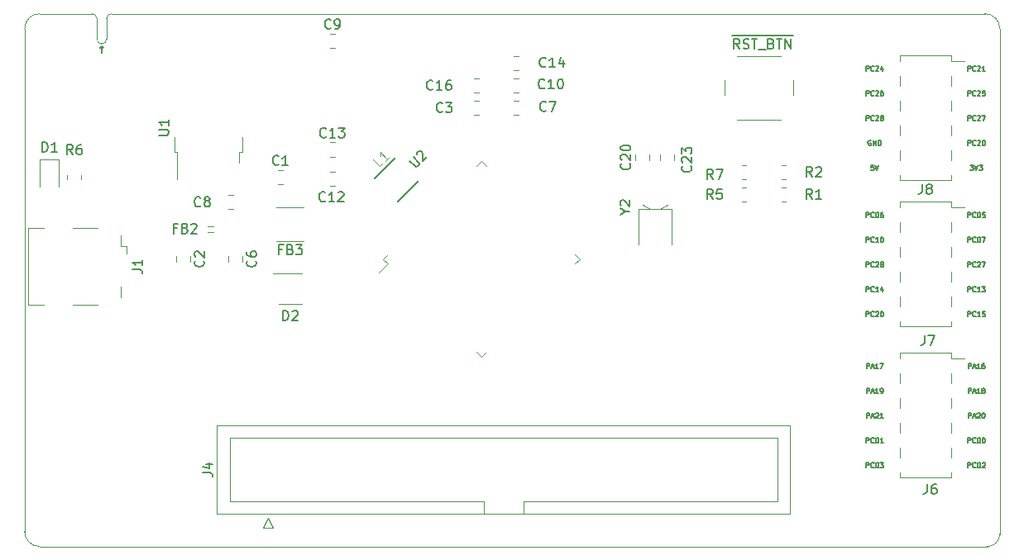
<source format=gto>
%TF.GenerationSoftware,KiCad,Pcbnew,5.1.8*%
%TF.CreationDate,2020-12-10T16:40:19-06:00*%
%TF.ProjectId,e54-GFX-Development-Board,6535342d-4746-4582-9d44-6576656c6f70,rev?*%
%TF.SameCoordinates,Original*%
%TF.FileFunction,Legend,Top*%
%TF.FilePolarity,Positive*%
%FSLAX46Y46*%
G04 Gerber Fmt 4.6, Leading zero omitted, Abs format (unit mm)*
G04 Created by KiCad (PCBNEW 5.1.8) date 2020-12-10 16:40:19*
%MOMM*%
%LPD*%
G01*
G04 APERTURE LIST*
%TA.AperFunction,Profile*%
%ADD10C,0.050000*%
%TD*%
%ADD11C,0.127000*%
%ADD12C,0.120000*%
%ADD13C,0.153000*%
%ADD14C,0.150000*%
%ADD15C,0.015000*%
G04 APERTURE END LIST*
D10*
X108378000Y-70358000D02*
X192786000Y-70358000D01*
X96012000Y-70358000D02*
X98378000Y-70358000D01*
D11*
X191079428Y-111809809D02*
X191079428Y-111301809D01*
X191272952Y-111301809D01*
X191321333Y-111326000D01*
X191345523Y-111350190D01*
X191369714Y-111398571D01*
X191369714Y-111471142D01*
X191345523Y-111519523D01*
X191321333Y-111543714D01*
X191272952Y-111567904D01*
X191079428Y-111567904D01*
X191563238Y-111664666D02*
X191805142Y-111664666D01*
X191514857Y-111809809D02*
X191684190Y-111301809D01*
X191853523Y-111809809D01*
X191998666Y-111350190D02*
X192022857Y-111326000D01*
X192071238Y-111301809D01*
X192192190Y-111301809D01*
X192240571Y-111326000D01*
X192264761Y-111350190D01*
X192288952Y-111398571D01*
X192288952Y-111446952D01*
X192264761Y-111519523D01*
X191974476Y-111809809D01*
X192288952Y-111809809D01*
X192603428Y-111301809D02*
X192651809Y-111301809D01*
X192700190Y-111326000D01*
X192724380Y-111350190D01*
X192748571Y-111398571D01*
X192772761Y-111495333D01*
X192772761Y-111616285D01*
X192748571Y-111713047D01*
X192724380Y-111761428D01*
X192700190Y-111785619D01*
X192651809Y-111809809D01*
X192603428Y-111809809D01*
X192555047Y-111785619D01*
X192530857Y-111761428D01*
X192506666Y-111713047D01*
X192482476Y-111616285D01*
X192482476Y-111495333D01*
X192506666Y-111398571D01*
X192530857Y-111350190D01*
X192555047Y-111326000D01*
X192603428Y-111301809D01*
X180665428Y-109269809D02*
X180665428Y-108761809D01*
X180858952Y-108761809D01*
X180907333Y-108786000D01*
X180931523Y-108810190D01*
X180955714Y-108858571D01*
X180955714Y-108931142D01*
X180931523Y-108979523D01*
X180907333Y-109003714D01*
X180858952Y-109027904D01*
X180665428Y-109027904D01*
X181149238Y-109124666D02*
X181391142Y-109124666D01*
X181100857Y-109269809D02*
X181270190Y-108761809D01*
X181439523Y-109269809D01*
X181874952Y-109269809D02*
X181584666Y-109269809D01*
X181729809Y-109269809D02*
X181729809Y-108761809D01*
X181681428Y-108834380D01*
X181633047Y-108882761D01*
X181584666Y-108906952D01*
X182116857Y-109269809D02*
X182213619Y-109269809D01*
X182262000Y-109245619D01*
X182286190Y-109221428D01*
X182334571Y-109148857D01*
X182358761Y-109052095D01*
X182358761Y-108858571D01*
X182334571Y-108810190D01*
X182310380Y-108786000D01*
X182262000Y-108761809D01*
X182165238Y-108761809D01*
X182116857Y-108786000D01*
X182092666Y-108810190D01*
X182068476Y-108858571D01*
X182068476Y-108979523D01*
X182092666Y-109027904D01*
X182116857Y-109052095D01*
X182165238Y-109076285D01*
X182262000Y-109076285D01*
X182310380Y-109052095D01*
X182334571Y-109027904D01*
X182358761Y-108979523D01*
X191079428Y-109269809D02*
X191079428Y-108761809D01*
X191272952Y-108761809D01*
X191321333Y-108786000D01*
X191345523Y-108810190D01*
X191369714Y-108858571D01*
X191369714Y-108931142D01*
X191345523Y-108979523D01*
X191321333Y-109003714D01*
X191272952Y-109027904D01*
X191079428Y-109027904D01*
X191563238Y-109124666D02*
X191805142Y-109124666D01*
X191514857Y-109269809D02*
X191684190Y-108761809D01*
X191853523Y-109269809D01*
X192288952Y-109269809D02*
X191998666Y-109269809D01*
X192143809Y-109269809D02*
X192143809Y-108761809D01*
X192095428Y-108834380D01*
X192047047Y-108882761D01*
X191998666Y-108906952D01*
X192579238Y-108979523D02*
X192530857Y-108955333D01*
X192506666Y-108931142D01*
X192482476Y-108882761D01*
X192482476Y-108858571D01*
X192506666Y-108810190D01*
X192530857Y-108786000D01*
X192579238Y-108761809D01*
X192676000Y-108761809D01*
X192724380Y-108786000D01*
X192748571Y-108810190D01*
X192772761Y-108858571D01*
X192772761Y-108882761D01*
X192748571Y-108931142D01*
X192724380Y-108955333D01*
X192676000Y-108979523D01*
X192579238Y-108979523D01*
X192530857Y-109003714D01*
X192506666Y-109027904D01*
X192482476Y-109076285D01*
X192482476Y-109173047D01*
X192506666Y-109221428D01*
X192530857Y-109245619D01*
X192579238Y-109269809D01*
X192676000Y-109269809D01*
X192724380Y-109245619D01*
X192748571Y-109221428D01*
X192772761Y-109173047D01*
X192772761Y-109076285D01*
X192748571Y-109027904D01*
X192724380Y-109003714D01*
X192676000Y-108979523D01*
X191079428Y-106729809D02*
X191079428Y-106221809D01*
X191272952Y-106221809D01*
X191321333Y-106246000D01*
X191345523Y-106270190D01*
X191369714Y-106318571D01*
X191369714Y-106391142D01*
X191345523Y-106439523D01*
X191321333Y-106463714D01*
X191272952Y-106487904D01*
X191079428Y-106487904D01*
X191563238Y-106584666D02*
X191805142Y-106584666D01*
X191514857Y-106729809D02*
X191684190Y-106221809D01*
X191853523Y-106729809D01*
X192288952Y-106729809D02*
X191998666Y-106729809D01*
X192143809Y-106729809D02*
X192143809Y-106221809D01*
X192095428Y-106294380D01*
X192047047Y-106342761D01*
X191998666Y-106366952D01*
X192724380Y-106221809D02*
X192627619Y-106221809D01*
X192579238Y-106246000D01*
X192555047Y-106270190D01*
X192506666Y-106342761D01*
X192482476Y-106439523D01*
X192482476Y-106633047D01*
X192506666Y-106681428D01*
X192530857Y-106705619D01*
X192579238Y-106729809D01*
X192676000Y-106729809D01*
X192724380Y-106705619D01*
X192748571Y-106681428D01*
X192772761Y-106633047D01*
X192772761Y-106512095D01*
X192748571Y-106463714D01*
X192724380Y-106439523D01*
X192676000Y-106415333D01*
X192579238Y-106415333D01*
X192530857Y-106439523D01*
X192506666Y-106463714D01*
X192482476Y-106512095D01*
X180629142Y-116889809D02*
X180629142Y-116381809D01*
X180822666Y-116381809D01*
X180871047Y-116406000D01*
X180895238Y-116430190D01*
X180919428Y-116478571D01*
X180919428Y-116551142D01*
X180895238Y-116599523D01*
X180871047Y-116623714D01*
X180822666Y-116647904D01*
X180629142Y-116647904D01*
X181427428Y-116841428D02*
X181403238Y-116865619D01*
X181330666Y-116889809D01*
X181282285Y-116889809D01*
X181209714Y-116865619D01*
X181161333Y-116817238D01*
X181137142Y-116768857D01*
X181112952Y-116672095D01*
X181112952Y-116599523D01*
X181137142Y-116502761D01*
X181161333Y-116454380D01*
X181209714Y-116406000D01*
X181282285Y-116381809D01*
X181330666Y-116381809D01*
X181403238Y-116406000D01*
X181427428Y-116430190D01*
X181741904Y-116381809D02*
X181790285Y-116381809D01*
X181838666Y-116406000D01*
X181862857Y-116430190D01*
X181887047Y-116478571D01*
X181911238Y-116575333D01*
X181911238Y-116696285D01*
X181887047Y-116793047D01*
X181862857Y-116841428D01*
X181838666Y-116865619D01*
X181790285Y-116889809D01*
X181741904Y-116889809D01*
X181693523Y-116865619D01*
X181669333Y-116841428D01*
X181645142Y-116793047D01*
X181620952Y-116696285D01*
X181620952Y-116575333D01*
X181645142Y-116478571D01*
X181669333Y-116430190D01*
X181693523Y-116406000D01*
X181741904Y-116381809D01*
X182080571Y-116381809D02*
X182395047Y-116381809D01*
X182225714Y-116575333D01*
X182298285Y-116575333D01*
X182346666Y-116599523D01*
X182370857Y-116623714D01*
X182395047Y-116672095D01*
X182395047Y-116793047D01*
X182370857Y-116841428D01*
X182346666Y-116865619D01*
X182298285Y-116889809D01*
X182153142Y-116889809D01*
X182104761Y-116865619D01*
X182080571Y-116841428D01*
X180629142Y-114349809D02*
X180629142Y-113841809D01*
X180822666Y-113841809D01*
X180871047Y-113866000D01*
X180895238Y-113890190D01*
X180919428Y-113938571D01*
X180919428Y-114011142D01*
X180895238Y-114059523D01*
X180871047Y-114083714D01*
X180822666Y-114107904D01*
X180629142Y-114107904D01*
X181427428Y-114301428D02*
X181403238Y-114325619D01*
X181330666Y-114349809D01*
X181282285Y-114349809D01*
X181209714Y-114325619D01*
X181161333Y-114277238D01*
X181137142Y-114228857D01*
X181112952Y-114132095D01*
X181112952Y-114059523D01*
X181137142Y-113962761D01*
X181161333Y-113914380D01*
X181209714Y-113866000D01*
X181282285Y-113841809D01*
X181330666Y-113841809D01*
X181403238Y-113866000D01*
X181427428Y-113890190D01*
X181741904Y-113841809D02*
X181790285Y-113841809D01*
X181838666Y-113866000D01*
X181862857Y-113890190D01*
X181887047Y-113938571D01*
X181911238Y-114035333D01*
X181911238Y-114156285D01*
X181887047Y-114253047D01*
X181862857Y-114301428D01*
X181838666Y-114325619D01*
X181790285Y-114349809D01*
X181741904Y-114349809D01*
X181693523Y-114325619D01*
X181669333Y-114301428D01*
X181645142Y-114253047D01*
X181620952Y-114156285D01*
X181620952Y-114035333D01*
X181645142Y-113938571D01*
X181669333Y-113890190D01*
X181693523Y-113866000D01*
X181741904Y-113841809D01*
X182395047Y-114349809D02*
X182104761Y-114349809D01*
X182249904Y-114349809D02*
X182249904Y-113841809D01*
X182201523Y-113914380D01*
X182153142Y-113962761D01*
X182104761Y-113986952D01*
X180665428Y-106729809D02*
X180665428Y-106221809D01*
X180858952Y-106221809D01*
X180907333Y-106246000D01*
X180931523Y-106270190D01*
X180955714Y-106318571D01*
X180955714Y-106391142D01*
X180931523Y-106439523D01*
X180907333Y-106463714D01*
X180858952Y-106487904D01*
X180665428Y-106487904D01*
X181149238Y-106584666D02*
X181391142Y-106584666D01*
X181100857Y-106729809D02*
X181270190Y-106221809D01*
X181439523Y-106729809D01*
X181874952Y-106729809D02*
X181584666Y-106729809D01*
X181729809Y-106729809D02*
X181729809Y-106221809D01*
X181681428Y-106294380D01*
X181633047Y-106342761D01*
X181584666Y-106366952D01*
X182044285Y-106221809D02*
X182382952Y-106221809D01*
X182165238Y-106729809D01*
X191043142Y-116889809D02*
X191043142Y-116381809D01*
X191236666Y-116381809D01*
X191285047Y-116406000D01*
X191309238Y-116430190D01*
X191333428Y-116478571D01*
X191333428Y-116551142D01*
X191309238Y-116599523D01*
X191285047Y-116623714D01*
X191236666Y-116647904D01*
X191043142Y-116647904D01*
X191841428Y-116841428D02*
X191817238Y-116865619D01*
X191744666Y-116889809D01*
X191696285Y-116889809D01*
X191623714Y-116865619D01*
X191575333Y-116817238D01*
X191551142Y-116768857D01*
X191526952Y-116672095D01*
X191526952Y-116599523D01*
X191551142Y-116502761D01*
X191575333Y-116454380D01*
X191623714Y-116406000D01*
X191696285Y-116381809D01*
X191744666Y-116381809D01*
X191817238Y-116406000D01*
X191841428Y-116430190D01*
X192155904Y-116381809D02*
X192204285Y-116381809D01*
X192252666Y-116406000D01*
X192276857Y-116430190D01*
X192301047Y-116478571D01*
X192325238Y-116575333D01*
X192325238Y-116696285D01*
X192301047Y-116793047D01*
X192276857Y-116841428D01*
X192252666Y-116865619D01*
X192204285Y-116889809D01*
X192155904Y-116889809D01*
X192107523Y-116865619D01*
X192083333Y-116841428D01*
X192059142Y-116793047D01*
X192034952Y-116696285D01*
X192034952Y-116575333D01*
X192059142Y-116478571D01*
X192083333Y-116430190D01*
X192107523Y-116406000D01*
X192155904Y-116381809D01*
X192518761Y-116430190D02*
X192542952Y-116406000D01*
X192591333Y-116381809D01*
X192712285Y-116381809D01*
X192760666Y-116406000D01*
X192784857Y-116430190D01*
X192809047Y-116478571D01*
X192809047Y-116526952D01*
X192784857Y-116599523D01*
X192494571Y-116889809D01*
X192809047Y-116889809D01*
X180665428Y-111809809D02*
X180665428Y-111301809D01*
X180858952Y-111301809D01*
X180907333Y-111326000D01*
X180931523Y-111350190D01*
X180955714Y-111398571D01*
X180955714Y-111471142D01*
X180931523Y-111519523D01*
X180907333Y-111543714D01*
X180858952Y-111567904D01*
X180665428Y-111567904D01*
X181149238Y-111664666D02*
X181391142Y-111664666D01*
X181100857Y-111809809D02*
X181270190Y-111301809D01*
X181439523Y-111809809D01*
X181584666Y-111350190D02*
X181608857Y-111326000D01*
X181657238Y-111301809D01*
X181778190Y-111301809D01*
X181826571Y-111326000D01*
X181850761Y-111350190D01*
X181874952Y-111398571D01*
X181874952Y-111446952D01*
X181850761Y-111519523D01*
X181560476Y-111809809D01*
X181874952Y-111809809D01*
X182358761Y-111809809D02*
X182068476Y-111809809D01*
X182213619Y-111809809D02*
X182213619Y-111301809D01*
X182165238Y-111374380D01*
X182116857Y-111422761D01*
X182068476Y-111446952D01*
X191043142Y-114349809D02*
X191043142Y-113841809D01*
X191236666Y-113841809D01*
X191285047Y-113866000D01*
X191309238Y-113890190D01*
X191333428Y-113938571D01*
X191333428Y-114011142D01*
X191309238Y-114059523D01*
X191285047Y-114083714D01*
X191236666Y-114107904D01*
X191043142Y-114107904D01*
X191841428Y-114301428D02*
X191817238Y-114325619D01*
X191744666Y-114349809D01*
X191696285Y-114349809D01*
X191623714Y-114325619D01*
X191575333Y-114277238D01*
X191551142Y-114228857D01*
X191526952Y-114132095D01*
X191526952Y-114059523D01*
X191551142Y-113962761D01*
X191575333Y-113914380D01*
X191623714Y-113866000D01*
X191696285Y-113841809D01*
X191744666Y-113841809D01*
X191817238Y-113866000D01*
X191841428Y-113890190D01*
X192155904Y-113841809D02*
X192204285Y-113841809D01*
X192252666Y-113866000D01*
X192276857Y-113890190D01*
X192301047Y-113938571D01*
X192325238Y-114035333D01*
X192325238Y-114156285D01*
X192301047Y-114253047D01*
X192276857Y-114301428D01*
X192252666Y-114325619D01*
X192204285Y-114349809D01*
X192155904Y-114349809D01*
X192107523Y-114325619D01*
X192083333Y-114301428D01*
X192059142Y-114253047D01*
X192034952Y-114156285D01*
X192034952Y-114035333D01*
X192059142Y-113938571D01*
X192083333Y-113890190D01*
X192107523Y-113866000D01*
X192155904Y-113841809D01*
X192639714Y-113841809D02*
X192688095Y-113841809D01*
X192736476Y-113866000D01*
X192760666Y-113890190D01*
X192784857Y-113938571D01*
X192809047Y-114035333D01*
X192809047Y-114156285D01*
X192784857Y-114253047D01*
X192760666Y-114301428D01*
X192736476Y-114325619D01*
X192688095Y-114349809D01*
X192639714Y-114349809D01*
X192591333Y-114325619D01*
X192567142Y-114301428D01*
X192542952Y-114253047D01*
X192518761Y-114156285D01*
X192518761Y-114035333D01*
X192542952Y-113938571D01*
X192567142Y-113890190D01*
X192591333Y-113866000D01*
X192639714Y-113841809D01*
X191043142Y-96309809D02*
X191043142Y-95801809D01*
X191236666Y-95801809D01*
X191285047Y-95826000D01*
X191309238Y-95850190D01*
X191333428Y-95898571D01*
X191333428Y-95971142D01*
X191309238Y-96019523D01*
X191285047Y-96043714D01*
X191236666Y-96067904D01*
X191043142Y-96067904D01*
X191841428Y-96261428D02*
X191817238Y-96285619D01*
X191744666Y-96309809D01*
X191696285Y-96309809D01*
X191623714Y-96285619D01*
X191575333Y-96237238D01*
X191551142Y-96188857D01*
X191526952Y-96092095D01*
X191526952Y-96019523D01*
X191551142Y-95922761D01*
X191575333Y-95874380D01*
X191623714Y-95826000D01*
X191696285Y-95801809D01*
X191744666Y-95801809D01*
X191817238Y-95826000D01*
X191841428Y-95850190D01*
X192034952Y-95850190D02*
X192059142Y-95826000D01*
X192107523Y-95801809D01*
X192228476Y-95801809D01*
X192276857Y-95826000D01*
X192301047Y-95850190D01*
X192325238Y-95898571D01*
X192325238Y-95946952D01*
X192301047Y-96019523D01*
X192010761Y-96309809D01*
X192325238Y-96309809D01*
X192494571Y-95801809D02*
X192833238Y-95801809D01*
X192615523Y-96309809D01*
X191043142Y-101389809D02*
X191043142Y-100881809D01*
X191236666Y-100881809D01*
X191285047Y-100906000D01*
X191309238Y-100930190D01*
X191333428Y-100978571D01*
X191333428Y-101051142D01*
X191309238Y-101099523D01*
X191285047Y-101123714D01*
X191236666Y-101147904D01*
X191043142Y-101147904D01*
X191841428Y-101341428D02*
X191817238Y-101365619D01*
X191744666Y-101389809D01*
X191696285Y-101389809D01*
X191623714Y-101365619D01*
X191575333Y-101317238D01*
X191551142Y-101268857D01*
X191526952Y-101172095D01*
X191526952Y-101099523D01*
X191551142Y-101002761D01*
X191575333Y-100954380D01*
X191623714Y-100906000D01*
X191696285Y-100881809D01*
X191744666Y-100881809D01*
X191817238Y-100906000D01*
X191841428Y-100930190D01*
X192325238Y-101389809D02*
X192034952Y-101389809D01*
X192180095Y-101389809D02*
X192180095Y-100881809D01*
X192131714Y-100954380D01*
X192083333Y-101002761D01*
X192034952Y-101026952D01*
X192784857Y-100881809D02*
X192542952Y-100881809D01*
X192518761Y-101123714D01*
X192542952Y-101099523D01*
X192591333Y-101075333D01*
X192712285Y-101075333D01*
X192760666Y-101099523D01*
X192784857Y-101123714D01*
X192809047Y-101172095D01*
X192809047Y-101293047D01*
X192784857Y-101341428D01*
X192760666Y-101365619D01*
X192712285Y-101389809D01*
X192591333Y-101389809D01*
X192542952Y-101365619D01*
X192518761Y-101341428D01*
X180629142Y-98849809D02*
X180629142Y-98341809D01*
X180822666Y-98341809D01*
X180871047Y-98366000D01*
X180895238Y-98390190D01*
X180919428Y-98438571D01*
X180919428Y-98511142D01*
X180895238Y-98559523D01*
X180871047Y-98583714D01*
X180822666Y-98607904D01*
X180629142Y-98607904D01*
X181427428Y-98801428D02*
X181403238Y-98825619D01*
X181330666Y-98849809D01*
X181282285Y-98849809D01*
X181209714Y-98825619D01*
X181161333Y-98777238D01*
X181137142Y-98728857D01*
X181112952Y-98632095D01*
X181112952Y-98559523D01*
X181137142Y-98462761D01*
X181161333Y-98414380D01*
X181209714Y-98366000D01*
X181282285Y-98341809D01*
X181330666Y-98341809D01*
X181403238Y-98366000D01*
X181427428Y-98390190D01*
X181911238Y-98849809D02*
X181620952Y-98849809D01*
X181766095Y-98849809D02*
X181766095Y-98341809D01*
X181717714Y-98414380D01*
X181669333Y-98462761D01*
X181620952Y-98486952D01*
X182346666Y-98511142D02*
X182346666Y-98849809D01*
X182225714Y-98317619D02*
X182104761Y-98680476D01*
X182419238Y-98680476D01*
X180629142Y-96309809D02*
X180629142Y-95801809D01*
X180822666Y-95801809D01*
X180871047Y-95826000D01*
X180895238Y-95850190D01*
X180919428Y-95898571D01*
X180919428Y-95971142D01*
X180895238Y-96019523D01*
X180871047Y-96043714D01*
X180822666Y-96067904D01*
X180629142Y-96067904D01*
X181427428Y-96261428D02*
X181403238Y-96285619D01*
X181330666Y-96309809D01*
X181282285Y-96309809D01*
X181209714Y-96285619D01*
X181161333Y-96237238D01*
X181137142Y-96188857D01*
X181112952Y-96092095D01*
X181112952Y-96019523D01*
X181137142Y-95922761D01*
X181161333Y-95874380D01*
X181209714Y-95826000D01*
X181282285Y-95801809D01*
X181330666Y-95801809D01*
X181403238Y-95826000D01*
X181427428Y-95850190D01*
X181620952Y-95850190D02*
X181645142Y-95826000D01*
X181693523Y-95801809D01*
X181814476Y-95801809D01*
X181862857Y-95826000D01*
X181887047Y-95850190D01*
X181911238Y-95898571D01*
X181911238Y-95946952D01*
X181887047Y-96019523D01*
X181596761Y-96309809D01*
X181911238Y-96309809D01*
X182201523Y-96019523D02*
X182153142Y-95995333D01*
X182128952Y-95971142D01*
X182104761Y-95922761D01*
X182104761Y-95898571D01*
X182128952Y-95850190D01*
X182153142Y-95826000D01*
X182201523Y-95801809D01*
X182298285Y-95801809D01*
X182346666Y-95826000D01*
X182370857Y-95850190D01*
X182395047Y-95898571D01*
X182395047Y-95922761D01*
X182370857Y-95971142D01*
X182346666Y-95995333D01*
X182298285Y-96019523D01*
X182201523Y-96019523D01*
X182153142Y-96043714D01*
X182128952Y-96067904D01*
X182104761Y-96116285D01*
X182104761Y-96213047D01*
X182128952Y-96261428D01*
X182153142Y-96285619D01*
X182201523Y-96309809D01*
X182298285Y-96309809D01*
X182346666Y-96285619D01*
X182370857Y-96261428D01*
X182395047Y-96213047D01*
X182395047Y-96116285D01*
X182370857Y-96067904D01*
X182346666Y-96043714D01*
X182298285Y-96019523D01*
X191043142Y-93769809D02*
X191043142Y-93261809D01*
X191236666Y-93261809D01*
X191285047Y-93286000D01*
X191309238Y-93310190D01*
X191333428Y-93358571D01*
X191333428Y-93431142D01*
X191309238Y-93479523D01*
X191285047Y-93503714D01*
X191236666Y-93527904D01*
X191043142Y-93527904D01*
X191841428Y-93721428D02*
X191817238Y-93745619D01*
X191744666Y-93769809D01*
X191696285Y-93769809D01*
X191623714Y-93745619D01*
X191575333Y-93697238D01*
X191551142Y-93648857D01*
X191526952Y-93552095D01*
X191526952Y-93479523D01*
X191551142Y-93382761D01*
X191575333Y-93334380D01*
X191623714Y-93286000D01*
X191696285Y-93261809D01*
X191744666Y-93261809D01*
X191817238Y-93286000D01*
X191841428Y-93310190D01*
X192155904Y-93261809D02*
X192204285Y-93261809D01*
X192252666Y-93286000D01*
X192276857Y-93310190D01*
X192301047Y-93358571D01*
X192325238Y-93455333D01*
X192325238Y-93576285D01*
X192301047Y-93673047D01*
X192276857Y-93721428D01*
X192252666Y-93745619D01*
X192204285Y-93769809D01*
X192155904Y-93769809D01*
X192107523Y-93745619D01*
X192083333Y-93721428D01*
X192059142Y-93673047D01*
X192034952Y-93576285D01*
X192034952Y-93455333D01*
X192059142Y-93358571D01*
X192083333Y-93310190D01*
X192107523Y-93286000D01*
X192155904Y-93261809D01*
X192494571Y-93261809D02*
X192833238Y-93261809D01*
X192615523Y-93769809D01*
X191043142Y-98849809D02*
X191043142Y-98341809D01*
X191236666Y-98341809D01*
X191285047Y-98366000D01*
X191309238Y-98390190D01*
X191333428Y-98438571D01*
X191333428Y-98511142D01*
X191309238Y-98559523D01*
X191285047Y-98583714D01*
X191236666Y-98607904D01*
X191043142Y-98607904D01*
X191841428Y-98801428D02*
X191817238Y-98825619D01*
X191744666Y-98849809D01*
X191696285Y-98849809D01*
X191623714Y-98825619D01*
X191575333Y-98777238D01*
X191551142Y-98728857D01*
X191526952Y-98632095D01*
X191526952Y-98559523D01*
X191551142Y-98462761D01*
X191575333Y-98414380D01*
X191623714Y-98366000D01*
X191696285Y-98341809D01*
X191744666Y-98341809D01*
X191817238Y-98366000D01*
X191841428Y-98390190D01*
X192325238Y-98849809D02*
X192034952Y-98849809D01*
X192180095Y-98849809D02*
X192180095Y-98341809D01*
X192131714Y-98414380D01*
X192083333Y-98462761D01*
X192034952Y-98486952D01*
X192494571Y-98341809D02*
X192809047Y-98341809D01*
X192639714Y-98535333D01*
X192712285Y-98535333D01*
X192760666Y-98559523D01*
X192784857Y-98583714D01*
X192809047Y-98632095D01*
X192809047Y-98753047D01*
X192784857Y-98801428D01*
X192760666Y-98825619D01*
X192712285Y-98849809D01*
X192567142Y-98849809D01*
X192518761Y-98825619D01*
X192494571Y-98801428D01*
X180629142Y-91229809D02*
X180629142Y-90721809D01*
X180822666Y-90721809D01*
X180871047Y-90746000D01*
X180895238Y-90770190D01*
X180919428Y-90818571D01*
X180919428Y-90891142D01*
X180895238Y-90939523D01*
X180871047Y-90963714D01*
X180822666Y-90987904D01*
X180629142Y-90987904D01*
X181427428Y-91181428D02*
X181403238Y-91205619D01*
X181330666Y-91229809D01*
X181282285Y-91229809D01*
X181209714Y-91205619D01*
X181161333Y-91157238D01*
X181137142Y-91108857D01*
X181112952Y-91012095D01*
X181112952Y-90939523D01*
X181137142Y-90842761D01*
X181161333Y-90794380D01*
X181209714Y-90746000D01*
X181282285Y-90721809D01*
X181330666Y-90721809D01*
X181403238Y-90746000D01*
X181427428Y-90770190D01*
X181741904Y-90721809D02*
X181790285Y-90721809D01*
X181838666Y-90746000D01*
X181862857Y-90770190D01*
X181887047Y-90818571D01*
X181911238Y-90915333D01*
X181911238Y-91036285D01*
X181887047Y-91133047D01*
X181862857Y-91181428D01*
X181838666Y-91205619D01*
X181790285Y-91229809D01*
X181741904Y-91229809D01*
X181693523Y-91205619D01*
X181669333Y-91181428D01*
X181645142Y-91133047D01*
X181620952Y-91036285D01*
X181620952Y-90915333D01*
X181645142Y-90818571D01*
X181669333Y-90770190D01*
X181693523Y-90746000D01*
X181741904Y-90721809D01*
X182346666Y-90721809D02*
X182249904Y-90721809D01*
X182201523Y-90746000D01*
X182177333Y-90770190D01*
X182128952Y-90842761D01*
X182104761Y-90939523D01*
X182104761Y-91133047D01*
X182128952Y-91181428D01*
X182153142Y-91205619D01*
X182201523Y-91229809D01*
X182298285Y-91229809D01*
X182346666Y-91205619D01*
X182370857Y-91181428D01*
X182395047Y-91133047D01*
X182395047Y-91012095D01*
X182370857Y-90963714D01*
X182346666Y-90939523D01*
X182298285Y-90915333D01*
X182201523Y-90915333D01*
X182153142Y-90939523D01*
X182128952Y-90963714D01*
X182104761Y-91012095D01*
X180629142Y-93769809D02*
X180629142Y-93261809D01*
X180822666Y-93261809D01*
X180871047Y-93286000D01*
X180895238Y-93310190D01*
X180919428Y-93358571D01*
X180919428Y-93431142D01*
X180895238Y-93479523D01*
X180871047Y-93503714D01*
X180822666Y-93527904D01*
X180629142Y-93527904D01*
X181427428Y-93721428D02*
X181403238Y-93745619D01*
X181330666Y-93769809D01*
X181282285Y-93769809D01*
X181209714Y-93745619D01*
X181161333Y-93697238D01*
X181137142Y-93648857D01*
X181112952Y-93552095D01*
X181112952Y-93479523D01*
X181137142Y-93382761D01*
X181161333Y-93334380D01*
X181209714Y-93286000D01*
X181282285Y-93261809D01*
X181330666Y-93261809D01*
X181403238Y-93286000D01*
X181427428Y-93310190D01*
X181911238Y-93769809D02*
X181620952Y-93769809D01*
X181766095Y-93769809D02*
X181766095Y-93261809D01*
X181717714Y-93334380D01*
X181669333Y-93382761D01*
X181620952Y-93406952D01*
X182225714Y-93261809D02*
X182274095Y-93261809D01*
X182322476Y-93286000D01*
X182346666Y-93310190D01*
X182370857Y-93358571D01*
X182395047Y-93455333D01*
X182395047Y-93576285D01*
X182370857Y-93673047D01*
X182346666Y-93721428D01*
X182322476Y-93745619D01*
X182274095Y-93769809D01*
X182225714Y-93769809D01*
X182177333Y-93745619D01*
X182153142Y-93721428D01*
X182128952Y-93673047D01*
X182104761Y-93576285D01*
X182104761Y-93455333D01*
X182128952Y-93358571D01*
X182153142Y-93310190D01*
X182177333Y-93286000D01*
X182225714Y-93261809D01*
X180629142Y-101389809D02*
X180629142Y-100881809D01*
X180822666Y-100881809D01*
X180871047Y-100906000D01*
X180895238Y-100930190D01*
X180919428Y-100978571D01*
X180919428Y-101051142D01*
X180895238Y-101099523D01*
X180871047Y-101123714D01*
X180822666Y-101147904D01*
X180629142Y-101147904D01*
X181427428Y-101341428D02*
X181403238Y-101365619D01*
X181330666Y-101389809D01*
X181282285Y-101389809D01*
X181209714Y-101365619D01*
X181161333Y-101317238D01*
X181137142Y-101268857D01*
X181112952Y-101172095D01*
X181112952Y-101099523D01*
X181137142Y-101002761D01*
X181161333Y-100954380D01*
X181209714Y-100906000D01*
X181282285Y-100881809D01*
X181330666Y-100881809D01*
X181403238Y-100906000D01*
X181427428Y-100930190D01*
X181620952Y-100930190D02*
X181645142Y-100906000D01*
X181693523Y-100881809D01*
X181814476Y-100881809D01*
X181862857Y-100906000D01*
X181887047Y-100930190D01*
X181911238Y-100978571D01*
X181911238Y-101026952D01*
X181887047Y-101099523D01*
X181596761Y-101389809D01*
X181911238Y-101389809D01*
X182225714Y-100881809D02*
X182274095Y-100881809D01*
X182322476Y-100906000D01*
X182346666Y-100930190D01*
X182370857Y-100978571D01*
X182395047Y-101075333D01*
X182395047Y-101196285D01*
X182370857Y-101293047D01*
X182346666Y-101341428D01*
X182322476Y-101365619D01*
X182274095Y-101389809D01*
X182225714Y-101389809D01*
X182177333Y-101365619D01*
X182153142Y-101341428D01*
X182128952Y-101293047D01*
X182104761Y-101196285D01*
X182104761Y-101075333D01*
X182128952Y-100978571D01*
X182153142Y-100930190D01*
X182177333Y-100906000D01*
X182225714Y-100881809D01*
X191043142Y-91229809D02*
X191043142Y-90721809D01*
X191236666Y-90721809D01*
X191285047Y-90746000D01*
X191309238Y-90770190D01*
X191333428Y-90818571D01*
X191333428Y-90891142D01*
X191309238Y-90939523D01*
X191285047Y-90963714D01*
X191236666Y-90987904D01*
X191043142Y-90987904D01*
X191841428Y-91181428D02*
X191817238Y-91205619D01*
X191744666Y-91229809D01*
X191696285Y-91229809D01*
X191623714Y-91205619D01*
X191575333Y-91157238D01*
X191551142Y-91108857D01*
X191526952Y-91012095D01*
X191526952Y-90939523D01*
X191551142Y-90842761D01*
X191575333Y-90794380D01*
X191623714Y-90746000D01*
X191696285Y-90721809D01*
X191744666Y-90721809D01*
X191817238Y-90746000D01*
X191841428Y-90770190D01*
X192155904Y-90721809D02*
X192204285Y-90721809D01*
X192252666Y-90746000D01*
X192276857Y-90770190D01*
X192301047Y-90818571D01*
X192325238Y-90915333D01*
X192325238Y-91036285D01*
X192301047Y-91133047D01*
X192276857Y-91181428D01*
X192252666Y-91205619D01*
X192204285Y-91229809D01*
X192155904Y-91229809D01*
X192107523Y-91205619D01*
X192083333Y-91181428D01*
X192059142Y-91133047D01*
X192034952Y-91036285D01*
X192034952Y-90915333D01*
X192059142Y-90818571D01*
X192083333Y-90770190D01*
X192107523Y-90746000D01*
X192155904Y-90721809D01*
X192784857Y-90721809D02*
X192542952Y-90721809D01*
X192518761Y-90963714D01*
X192542952Y-90939523D01*
X192591333Y-90915333D01*
X192712285Y-90915333D01*
X192760666Y-90939523D01*
X192784857Y-90963714D01*
X192809047Y-91012095D01*
X192809047Y-91133047D01*
X192784857Y-91181428D01*
X192760666Y-91205619D01*
X192712285Y-91229809D01*
X192591333Y-91229809D01*
X192542952Y-91205619D01*
X192518761Y-91181428D01*
X191285047Y-85881809D02*
X191599523Y-85881809D01*
X191430190Y-86075333D01*
X191502761Y-86075333D01*
X191551142Y-86099523D01*
X191575333Y-86123714D01*
X191599523Y-86172095D01*
X191599523Y-86293047D01*
X191575333Y-86341428D01*
X191551142Y-86365619D01*
X191502761Y-86389809D01*
X191357619Y-86389809D01*
X191309238Y-86365619D01*
X191285047Y-86341428D01*
X191744666Y-85881809D02*
X191914000Y-86389809D01*
X192083333Y-85881809D01*
X192204285Y-85881809D02*
X192518761Y-85881809D01*
X192349428Y-86075333D01*
X192422000Y-86075333D01*
X192470380Y-86099523D01*
X192494571Y-86123714D01*
X192518761Y-86172095D01*
X192518761Y-86293047D01*
X192494571Y-86341428D01*
X192470380Y-86365619D01*
X192422000Y-86389809D01*
X192276857Y-86389809D01*
X192228476Y-86365619D01*
X192204285Y-86341428D01*
X181403238Y-85881809D02*
X181161333Y-85881809D01*
X181137142Y-86123714D01*
X181161333Y-86099523D01*
X181209714Y-86075333D01*
X181330666Y-86075333D01*
X181379047Y-86099523D01*
X181403238Y-86123714D01*
X181427428Y-86172095D01*
X181427428Y-86293047D01*
X181403238Y-86341428D01*
X181379047Y-86365619D01*
X181330666Y-86389809D01*
X181209714Y-86389809D01*
X181161333Y-86365619D01*
X181137142Y-86341428D01*
X181572571Y-85881809D02*
X181741904Y-86389809D01*
X181911238Y-85881809D01*
X191043142Y-83849809D02*
X191043142Y-83341809D01*
X191236666Y-83341809D01*
X191285047Y-83366000D01*
X191309238Y-83390190D01*
X191333428Y-83438571D01*
X191333428Y-83511142D01*
X191309238Y-83559523D01*
X191285047Y-83583714D01*
X191236666Y-83607904D01*
X191043142Y-83607904D01*
X191841428Y-83801428D02*
X191817238Y-83825619D01*
X191744666Y-83849809D01*
X191696285Y-83849809D01*
X191623714Y-83825619D01*
X191575333Y-83777238D01*
X191551142Y-83728857D01*
X191526952Y-83632095D01*
X191526952Y-83559523D01*
X191551142Y-83462761D01*
X191575333Y-83414380D01*
X191623714Y-83366000D01*
X191696285Y-83341809D01*
X191744666Y-83341809D01*
X191817238Y-83366000D01*
X191841428Y-83390190D01*
X192034952Y-83390190D02*
X192059142Y-83366000D01*
X192107523Y-83341809D01*
X192228476Y-83341809D01*
X192276857Y-83366000D01*
X192301047Y-83390190D01*
X192325238Y-83438571D01*
X192325238Y-83486952D01*
X192301047Y-83559523D01*
X192010761Y-83849809D01*
X192325238Y-83849809D01*
X192639714Y-83341809D02*
X192688095Y-83341809D01*
X192736476Y-83366000D01*
X192760666Y-83390190D01*
X192784857Y-83438571D01*
X192809047Y-83535333D01*
X192809047Y-83656285D01*
X192784857Y-83753047D01*
X192760666Y-83801428D01*
X192736476Y-83825619D01*
X192688095Y-83849809D01*
X192639714Y-83849809D01*
X192591333Y-83825619D01*
X192567142Y-83801428D01*
X192542952Y-83753047D01*
X192518761Y-83656285D01*
X192518761Y-83535333D01*
X192542952Y-83438571D01*
X192567142Y-83390190D01*
X192591333Y-83366000D01*
X192639714Y-83341809D01*
X181112952Y-83366000D02*
X181064571Y-83341809D01*
X180992000Y-83341809D01*
X180919428Y-83366000D01*
X180871047Y-83414380D01*
X180846857Y-83462761D01*
X180822666Y-83559523D01*
X180822666Y-83632095D01*
X180846857Y-83728857D01*
X180871047Y-83777238D01*
X180919428Y-83825619D01*
X180992000Y-83849809D01*
X181040380Y-83849809D01*
X181112952Y-83825619D01*
X181137142Y-83801428D01*
X181137142Y-83632095D01*
X181040380Y-83632095D01*
X181354857Y-83849809D02*
X181354857Y-83341809D01*
X181645142Y-83849809D01*
X181645142Y-83341809D01*
X181887047Y-83849809D02*
X181887047Y-83341809D01*
X182008000Y-83341809D01*
X182080571Y-83366000D01*
X182128952Y-83414380D01*
X182153142Y-83462761D01*
X182177333Y-83559523D01*
X182177333Y-83632095D01*
X182153142Y-83728857D01*
X182128952Y-83777238D01*
X182080571Y-83825619D01*
X182008000Y-83849809D01*
X181887047Y-83849809D01*
X191043142Y-81309809D02*
X191043142Y-80801809D01*
X191236666Y-80801809D01*
X191285047Y-80826000D01*
X191309238Y-80850190D01*
X191333428Y-80898571D01*
X191333428Y-80971142D01*
X191309238Y-81019523D01*
X191285047Y-81043714D01*
X191236666Y-81067904D01*
X191043142Y-81067904D01*
X191841428Y-81261428D02*
X191817238Y-81285619D01*
X191744666Y-81309809D01*
X191696285Y-81309809D01*
X191623714Y-81285619D01*
X191575333Y-81237238D01*
X191551142Y-81188857D01*
X191526952Y-81092095D01*
X191526952Y-81019523D01*
X191551142Y-80922761D01*
X191575333Y-80874380D01*
X191623714Y-80826000D01*
X191696285Y-80801809D01*
X191744666Y-80801809D01*
X191817238Y-80826000D01*
X191841428Y-80850190D01*
X192034952Y-80850190D02*
X192059142Y-80826000D01*
X192107523Y-80801809D01*
X192228476Y-80801809D01*
X192276857Y-80826000D01*
X192301047Y-80850190D01*
X192325238Y-80898571D01*
X192325238Y-80946952D01*
X192301047Y-81019523D01*
X192010761Y-81309809D01*
X192325238Y-81309809D01*
X192494571Y-80801809D02*
X192833238Y-80801809D01*
X192615523Y-81309809D01*
X180629142Y-81309809D02*
X180629142Y-80801809D01*
X180822666Y-80801809D01*
X180871047Y-80826000D01*
X180895238Y-80850190D01*
X180919428Y-80898571D01*
X180919428Y-80971142D01*
X180895238Y-81019523D01*
X180871047Y-81043714D01*
X180822666Y-81067904D01*
X180629142Y-81067904D01*
X181427428Y-81261428D02*
X181403238Y-81285619D01*
X181330666Y-81309809D01*
X181282285Y-81309809D01*
X181209714Y-81285619D01*
X181161333Y-81237238D01*
X181137142Y-81188857D01*
X181112952Y-81092095D01*
X181112952Y-81019523D01*
X181137142Y-80922761D01*
X181161333Y-80874380D01*
X181209714Y-80826000D01*
X181282285Y-80801809D01*
X181330666Y-80801809D01*
X181403238Y-80826000D01*
X181427428Y-80850190D01*
X181620952Y-80850190D02*
X181645142Y-80826000D01*
X181693523Y-80801809D01*
X181814476Y-80801809D01*
X181862857Y-80826000D01*
X181887047Y-80850190D01*
X181911238Y-80898571D01*
X181911238Y-80946952D01*
X181887047Y-81019523D01*
X181596761Y-81309809D01*
X181911238Y-81309809D01*
X182201523Y-81019523D02*
X182153142Y-80995333D01*
X182128952Y-80971142D01*
X182104761Y-80922761D01*
X182104761Y-80898571D01*
X182128952Y-80850190D01*
X182153142Y-80826000D01*
X182201523Y-80801809D01*
X182298285Y-80801809D01*
X182346666Y-80826000D01*
X182370857Y-80850190D01*
X182395047Y-80898571D01*
X182395047Y-80922761D01*
X182370857Y-80971142D01*
X182346666Y-80995333D01*
X182298285Y-81019523D01*
X182201523Y-81019523D01*
X182153142Y-81043714D01*
X182128952Y-81067904D01*
X182104761Y-81116285D01*
X182104761Y-81213047D01*
X182128952Y-81261428D01*
X182153142Y-81285619D01*
X182201523Y-81309809D01*
X182298285Y-81309809D01*
X182346666Y-81285619D01*
X182370857Y-81261428D01*
X182395047Y-81213047D01*
X182395047Y-81116285D01*
X182370857Y-81067904D01*
X182346666Y-81043714D01*
X182298285Y-81019523D01*
X191043142Y-78769809D02*
X191043142Y-78261809D01*
X191236666Y-78261809D01*
X191285047Y-78286000D01*
X191309238Y-78310190D01*
X191333428Y-78358571D01*
X191333428Y-78431142D01*
X191309238Y-78479523D01*
X191285047Y-78503714D01*
X191236666Y-78527904D01*
X191043142Y-78527904D01*
X191841428Y-78721428D02*
X191817238Y-78745619D01*
X191744666Y-78769809D01*
X191696285Y-78769809D01*
X191623714Y-78745619D01*
X191575333Y-78697238D01*
X191551142Y-78648857D01*
X191526952Y-78552095D01*
X191526952Y-78479523D01*
X191551142Y-78382761D01*
X191575333Y-78334380D01*
X191623714Y-78286000D01*
X191696285Y-78261809D01*
X191744666Y-78261809D01*
X191817238Y-78286000D01*
X191841428Y-78310190D01*
X192034952Y-78310190D02*
X192059142Y-78286000D01*
X192107523Y-78261809D01*
X192228476Y-78261809D01*
X192276857Y-78286000D01*
X192301047Y-78310190D01*
X192325238Y-78358571D01*
X192325238Y-78406952D01*
X192301047Y-78479523D01*
X192010761Y-78769809D01*
X192325238Y-78769809D01*
X192784857Y-78261809D02*
X192542952Y-78261809D01*
X192518761Y-78503714D01*
X192542952Y-78479523D01*
X192591333Y-78455333D01*
X192712285Y-78455333D01*
X192760666Y-78479523D01*
X192784857Y-78503714D01*
X192809047Y-78552095D01*
X192809047Y-78673047D01*
X192784857Y-78721428D01*
X192760666Y-78745619D01*
X192712285Y-78769809D01*
X192591333Y-78769809D01*
X192542952Y-78745619D01*
X192518761Y-78721428D01*
X180629142Y-78769809D02*
X180629142Y-78261809D01*
X180822666Y-78261809D01*
X180871047Y-78286000D01*
X180895238Y-78310190D01*
X180919428Y-78358571D01*
X180919428Y-78431142D01*
X180895238Y-78479523D01*
X180871047Y-78503714D01*
X180822666Y-78527904D01*
X180629142Y-78527904D01*
X181427428Y-78721428D02*
X181403238Y-78745619D01*
X181330666Y-78769809D01*
X181282285Y-78769809D01*
X181209714Y-78745619D01*
X181161333Y-78697238D01*
X181137142Y-78648857D01*
X181112952Y-78552095D01*
X181112952Y-78479523D01*
X181137142Y-78382761D01*
X181161333Y-78334380D01*
X181209714Y-78286000D01*
X181282285Y-78261809D01*
X181330666Y-78261809D01*
X181403238Y-78286000D01*
X181427428Y-78310190D01*
X181620952Y-78310190D02*
X181645142Y-78286000D01*
X181693523Y-78261809D01*
X181814476Y-78261809D01*
X181862857Y-78286000D01*
X181887047Y-78310190D01*
X181911238Y-78358571D01*
X181911238Y-78406952D01*
X181887047Y-78479523D01*
X181596761Y-78769809D01*
X181911238Y-78769809D01*
X182346666Y-78261809D02*
X182249904Y-78261809D01*
X182201523Y-78286000D01*
X182177333Y-78310190D01*
X182128952Y-78382761D01*
X182104761Y-78479523D01*
X182104761Y-78673047D01*
X182128952Y-78721428D01*
X182153142Y-78745619D01*
X182201523Y-78769809D01*
X182298285Y-78769809D01*
X182346666Y-78745619D01*
X182370857Y-78721428D01*
X182395047Y-78673047D01*
X182395047Y-78552095D01*
X182370857Y-78503714D01*
X182346666Y-78479523D01*
X182298285Y-78455333D01*
X182201523Y-78455333D01*
X182153142Y-78479523D01*
X182128952Y-78503714D01*
X182104761Y-78552095D01*
X191043142Y-76229809D02*
X191043142Y-75721809D01*
X191236666Y-75721809D01*
X191285047Y-75746000D01*
X191309238Y-75770190D01*
X191333428Y-75818571D01*
X191333428Y-75891142D01*
X191309238Y-75939523D01*
X191285047Y-75963714D01*
X191236666Y-75987904D01*
X191043142Y-75987904D01*
X191841428Y-76181428D02*
X191817238Y-76205619D01*
X191744666Y-76229809D01*
X191696285Y-76229809D01*
X191623714Y-76205619D01*
X191575333Y-76157238D01*
X191551142Y-76108857D01*
X191526952Y-76012095D01*
X191526952Y-75939523D01*
X191551142Y-75842761D01*
X191575333Y-75794380D01*
X191623714Y-75746000D01*
X191696285Y-75721809D01*
X191744666Y-75721809D01*
X191817238Y-75746000D01*
X191841428Y-75770190D01*
X192034952Y-75770190D02*
X192059142Y-75746000D01*
X192107523Y-75721809D01*
X192228476Y-75721809D01*
X192276857Y-75746000D01*
X192301047Y-75770190D01*
X192325238Y-75818571D01*
X192325238Y-75866952D01*
X192301047Y-75939523D01*
X192010761Y-76229809D01*
X192325238Y-76229809D01*
X192809047Y-76229809D02*
X192518761Y-76229809D01*
X192663904Y-76229809D02*
X192663904Y-75721809D01*
X192615523Y-75794380D01*
X192567142Y-75842761D01*
X192518761Y-75866952D01*
X180629142Y-76229809D02*
X180629142Y-75721809D01*
X180822666Y-75721809D01*
X180871047Y-75746000D01*
X180895238Y-75770190D01*
X180919428Y-75818571D01*
X180919428Y-75891142D01*
X180895238Y-75939523D01*
X180871047Y-75963714D01*
X180822666Y-75987904D01*
X180629142Y-75987904D01*
X181427428Y-76181428D02*
X181403238Y-76205619D01*
X181330666Y-76229809D01*
X181282285Y-76229809D01*
X181209714Y-76205619D01*
X181161333Y-76157238D01*
X181137142Y-76108857D01*
X181112952Y-76012095D01*
X181112952Y-75939523D01*
X181137142Y-75842761D01*
X181161333Y-75794380D01*
X181209714Y-75746000D01*
X181282285Y-75721809D01*
X181330666Y-75721809D01*
X181403238Y-75746000D01*
X181427428Y-75770190D01*
X181620952Y-75770190D02*
X181645142Y-75746000D01*
X181693523Y-75721809D01*
X181814476Y-75721809D01*
X181862857Y-75746000D01*
X181887047Y-75770190D01*
X181911238Y-75818571D01*
X181911238Y-75866952D01*
X181887047Y-75939523D01*
X181596761Y-76229809D01*
X181911238Y-76229809D01*
X182346666Y-75891142D02*
X182346666Y-76229809D01*
X182225714Y-75697619D02*
X182104761Y-76060476D01*
X182419238Y-76060476D01*
D10*
X194310000Y-71882000D02*
X194310000Y-123698000D01*
X192786000Y-70358000D02*
G75*
G02*
X194310000Y-71882000I0J-1524000D01*
G01*
X94488000Y-71882000D02*
G75*
G02*
X96012000Y-70358000I1524000J0D01*
G01*
X96012000Y-124968000D02*
G75*
G02*
X94488000Y-123444000I0J1524000D01*
G01*
X194310000Y-123698000D02*
G75*
G02*
X193040000Y-124968000I-1270000J0D01*
G01*
X94488000Y-123444000D02*
X94488000Y-71882000D01*
X193040000Y-124968000D02*
X96012000Y-124968000D01*
D12*
%TO.C,U1*%
X116464000Y-84512000D02*
X116464000Y-85612000D01*
X116734000Y-84512000D02*
X116464000Y-84512000D01*
X116734000Y-83012000D02*
X116734000Y-84512000D01*
X110104000Y-84512000D02*
X110104000Y-87342000D01*
X109834000Y-84512000D02*
X110104000Y-84512000D01*
X109834000Y-83012000D02*
X109834000Y-84512000D01*
D13*
%TO.C,J3*%
X102378000Y-74408000D02*
X102378000Y-73681000D01*
X102578000Y-73881000D02*
X102378000Y-73681000D01*
X102378000Y-73681000D02*
X102178000Y-73881000D01*
D10*
X101878000Y-70858000D02*
X101878000Y-72958000D01*
X102878000Y-72958000D02*
X102878000Y-70858000D01*
X98378000Y-70358000D02*
X101378000Y-70358000D01*
X103378000Y-70358000D02*
X108378000Y-70358000D01*
X102878000Y-72958000D02*
G75*
G02*
X101878000Y-72958000I-500000J0D01*
G01*
X101378000Y-70358000D02*
G75*
G02*
X101878000Y-70858000I0J-500000D01*
G01*
X102878000Y-70858000D02*
G75*
G02*
X103378000Y-70358000I500000J0D01*
G01*
D12*
%TO.C,J8*%
X189290000Y-75186000D02*
X190650000Y-75186000D01*
X184090000Y-86866000D02*
X184090000Y-87436000D01*
X184090000Y-84326000D02*
X184090000Y-85346000D01*
X184090000Y-81786000D02*
X184090000Y-82806000D01*
X184090000Y-79246000D02*
X184090000Y-80266000D01*
X184090000Y-76706000D02*
X184090000Y-77726000D01*
X184090000Y-74616000D02*
X184090000Y-75186000D01*
X184090000Y-87436000D02*
X189290000Y-87436000D01*
X189290000Y-86866000D02*
X189290000Y-87436000D01*
X189290000Y-84326000D02*
X189290000Y-85346000D01*
X189290000Y-81786000D02*
X189290000Y-82806000D01*
X189290000Y-79246000D02*
X189290000Y-80266000D01*
X189290000Y-76706000D02*
X189290000Y-77726000D01*
X189290000Y-74616000D02*
X189290000Y-75186000D01*
X184090000Y-74616000D02*
X189290000Y-74616000D01*
%TO.C,J7*%
X189290000Y-90172000D02*
X190650000Y-90172000D01*
X184090000Y-101852000D02*
X184090000Y-102422000D01*
X184090000Y-99312000D02*
X184090000Y-100332000D01*
X184090000Y-96772000D02*
X184090000Y-97792000D01*
X184090000Y-94232000D02*
X184090000Y-95252000D01*
X184090000Y-91692000D02*
X184090000Y-92712000D01*
X184090000Y-89602000D02*
X184090000Y-90172000D01*
X184090000Y-102422000D02*
X189290000Y-102422000D01*
X189290000Y-101852000D02*
X189290000Y-102422000D01*
X189290000Y-99312000D02*
X189290000Y-100332000D01*
X189290000Y-96772000D02*
X189290000Y-97792000D01*
X189290000Y-94232000D02*
X189290000Y-95252000D01*
X189290000Y-91692000D02*
X189290000Y-92712000D01*
X189290000Y-89602000D02*
X189290000Y-90172000D01*
X184090000Y-89602000D02*
X189290000Y-89602000D01*
%TO.C,J6*%
X189290000Y-105666000D02*
X190650000Y-105666000D01*
X184090000Y-117346000D02*
X184090000Y-117916000D01*
X184090000Y-114806000D02*
X184090000Y-115826000D01*
X184090000Y-112266000D02*
X184090000Y-113286000D01*
X184090000Y-109726000D02*
X184090000Y-110746000D01*
X184090000Y-107186000D02*
X184090000Y-108206000D01*
X184090000Y-105096000D02*
X184090000Y-105666000D01*
X184090000Y-117916000D02*
X189290000Y-117916000D01*
X189290000Y-117346000D02*
X189290000Y-117916000D01*
X189290000Y-114806000D02*
X189290000Y-115826000D01*
X189290000Y-112266000D02*
X189290000Y-113286000D01*
X189290000Y-109726000D02*
X189290000Y-110746000D01*
X189290000Y-107186000D02*
X189290000Y-108206000D01*
X189290000Y-105096000D02*
X189290000Y-105666000D01*
X184090000Y-105096000D02*
X189290000Y-105096000D01*
%TO.C,Y2*%
X157304000Y-94056000D02*
X157304000Y-90356000D01*
X157304000Y-90356000D02*
X160704000Y-90356000D01*
X160704000Y-90356000D02*
X160704000Y-94056000D01*
X158504000Y-90356000D02*
X157734000Y-89956000D01*
X157734000Y-89956000D02*
X157734000Y-89956000D01*
X159504000Y-90356000D02*
X160274000Y-89956000D01*
X160274000Y-89956000D02*
X160274000Y-89956000D01*
%TO.C,U2*%
X150784084Y-95998975D02*
X151279058Y-95504000D01*
X151279058Y-95504000D02*
X150784084Y-95009025D01*
X141718975Y-105064084D02*
X141224000Y-105559058D01*
X141224000Y-105559058D02*
X140729025Y-105064084D01*
X140729025Y-85943916D02*
X141224000Y-85448942D01*
X141224000Y-85448942D02*
X141718975Y-85943916D01*
X131663916Y-95009025D02*
X131168942Y-95504000D01*
X131168942Y-95504000D02*
X131663916Y-95998975D01*
X131663916Y-95998975D02*
X130751749Y-96911142D01*
%TO.C,SW1*%
X167370000Y-81192000D02*
X171870000Y-81192000D01*
X166120000Y-77192000D02*
X166120000Y-78692000D01*
X171870000Y-74692000D02*
X167370000Y-74692000D01*
X173120000Y-78692000D02*
X173120000Y-77192000D01*
%TO.C,R7*%
X168375064Y-87349000D02*
X167920936Y-87349000D01*
X168375064Y-85879000D02*
X167920936Y-85879000D01*
%TO.C,R6*%
X100303000Y-86894936D02*
X100303000Y-87349064D01*
X98833000Y-86894936D02*
X98833000Y-87349064D01*
%TO.C,R5*%
X168359064Y-89635000D02*
X167904936Y-89635000D01*
X168359064Y-88165000D02*
X167904936Y-88165000D01*
%TO.C,R2*%
X171984936Y-85879000D02*
X172439064Y-85879000D01*
X171984936Y-87349000D02*
X172439064Y-87349000D01*
%TO.C,R1*%
X172423064Y-89635000D02*
X171968936Y-89635000D01*
X172423064Y-88165000D02*
X171968936Y-88165000D01*
D11*
%TO.C,L1*%
X130346472Y-87255792D02*
X132467792Y-85134472D01*
X132708208Y-89617528D02*
X134829528Y-87496208D01*
D12*
%TO.C,J4*%
X114170000Y-121654000D02*
X114170000Y-112534000D01*
X114170000Y-112534000D02*
X172850000Y-112534000D01*
X172850000Y-112534000D02*
X172850000Y-121654000D01*
X172850000Y-121654000D02*
X114170000Y-121654000D01*
X141460000Y-121654000D02*
X141460000Y-120344000D01*
X141460000Y-120344000D02*
X115470000Y-120344000D01*
X115470000Y-120344000D02*
X115470000Y-113844000D01*
X115470000Y-113844000D02*
X171550000Y-113844000D01*
X171550000Y-113844000D02*
X171550000Y-120344000D01*
X171550000Y-120344000D02*
X145560000Y-120344000D01*
X145560000Y-120344000D02*
X145560000Y-120344000D01*
X145560000Y-120344000D02*
X145560000Y-121654000D01*
X119380000Y-122044000D02*
X118880000Y-123044000D01*
X118880000Y-123044000D02*
X119880000Y-123044000D01*
X119880000Y-123044000D02*
X119380000Y-122044000D01*
%TO.C,J1*%
X99388000Y-92306000D02*
X101988000Y-92306000D01*
X101988000Y-100226000D02*
X99388000Y-100226000D01*
X104298000Y-93066000D02*
X104298000Y-94216000D01*
X104298000Y-94216000D02*
X104888000Y-94216000D01*
X104888000Y-94216000D02*
X104888000Y-94916000D01*
X104298000Y-98316000D02*
X104298000Y-99466000D01*
X96488000Y-92306000D02*
X94828000Y-92306000D01*
X94828000Y-92306000D02*
X94828000Y-100226000D01*
X94828000Y-100226000D02*
X96488000Y-100226000D01*
%TO.C,FB3*%
X123052252Y-93658000D02*
X120279748Y-93658000D01*
X123052252Y-90238000D02*
X120279748Y-90238000D01*
%TO.C,FB2*%
X113238000Y-92756000D02*
X113838000Y-92756000D01*
X113238000Y-92156000D02*
X113838000Y-92156000D01*
%TO.C,D2*%
X120466000Y-100102000D02*
X122866000Y-100102000D01*
X122866000Y-97002000D02*
X119916000Y-97002000D01*
%TO.C,D1*%
X97988000Y-88122000D02*
X97988000Y-85262000D01*
X97988000Y-85262000D02*
X96068000Y-85262000D01*
X96068000Y-85262000D02*
X96068000Y-88122000D01*
%TO.C,C23*%
X159539000Y-85351252D02*
X159539000Y-84828748D01*
X161009000Y-85351252D02*
X161009000Y-84828748D01*
%TO.C,C20*%
X156999000Y-85351252D02*
X156999000Y-84828748D01*
X158469000Y-85351252D02*
X158469000Y-84828748D01*
%TO.C,C16*%
X140977252Y-78459000D02*
X140454748Y-78459000D01*
X140977252Y-76989000D02*
X140454748Y-76989000D01*
%TO.C,C14*%
X144518748Y-74703000D02*
X145041252Y-74703000D01*
X144518748Y-76173000D02*
X145041252Y-76173000D01*
%TO.C,C13*%
X125722748Y-83555000D02*
X126245252Y-83555000D01*
X125722748Y-85025000D02*
X126245252Y-85025000D01*
%TO.C,C12*%
X125722748Y-86565000D02*
X126245252Y-86565000D01*
X125722748Y-88035000D02*
X126245252Y-88035000D01*
%TO.C,C10*%
X144518748Y-76989000D02*
X145041252Y-76989000D01*
X144518748Y-78459000D02*
X145041252Y-78459000D01*
%TO.C,C9*%
X125722748Y-72417000D02*
X126245252Y-72417000D01*
X125722748Y-73887000D02*
X126245252Y-73887000D01*
%TO.C,C8*%
X115831252Y-90397000D02*
X115308748Y-90397000D01*
X115831252Y-88927000D02*
X115308748Y-88927000D01*
%TO.C,C7*%
X144518748Y-79275000D02*
X145041252Y-79275000D01*
X144518748Y-80745000D02*
X145041252Y-80745000D01*
%TO.C,C6*%
X116813000Y-95242748D02*
X116813000Y-95765252D01*
X115343000Y-95242748D02*
X115343000Y-95765252D01*
%TO.C,C3*%
X140977252Y-80745000D02*
X140454748Y-80745000D01*
X140977252Y-79275000D02*
X140454748Y-79275000D01*
%TO.C,C2*%
X111479000Y-95242748D02*
X111479000Y-95765252D01*
X110009000Y-95242748D02*
X110009000Y-95765252D01*
%TO.C,C1*%
X120388748Y-86387000D02*
X120911252Y-86387000D01*
X120388748Y-87857000D02*
X120911252Y-87857000D01*
%TD*%
%TO.C,U1*%
D14*
X108236380Y-82803904D02*
X109045904Y-82803904D01*
X109141142Y-82756285D01*
X109188761Y-82708666D01*
X109236380Y-82613428D01*
X109236380Y-82422952D01*
X109188761Y-82327714D01*
X109141142Y-82280095D01*
X109045904Y-82232476D01*
X108236380Y-82232476D01*
X109236380Y-81232476D02*
X109236380Y-81803904D01*
X109236380Y-81518190D02*
X108236380Y-81518190D01*
X108379238Y-81613428D01*
X108474476Y-81708666D01*
X108522095Y-81803904D01*
%TO.C,J8*%
X186356666Y-87844380D02*
X186356666Y-88558666D01*
X186309047Y-88701523D01*
X186213809Y-88796761D01*
X186070952Y-88844380D01*
X185975714Y-88844380D01*
X186975714Y-88272952D02*
X186880476Y-88225333D01*
X186832857Y-88177714D01*
X186785238Y-88082476D01*
X186785238Y-88034857D01*
X186832857Y-87939619D01*
X186880476Y-87892000D01*
X186975714Y-87844380D01*
X187166190Y-87844380D01*
X187261428Y-87892000D01*
X187309047Y-87939619D01*
X187356666Y-88034857D01*
X187356666Y-88082476D01*
X187309047Y-88177714D01*
X187261428Y-88225333D01*
X187166190Y-88272952D01*
X186975714Y-88272952D01*
X186880476Y-88320571D01*
X186832857Y-88368190D01*
X186785238Y-88463428D01*
X186785238Y-88653904D01*
X186832857Y-88749142D01*
X186880476Y-88796761D01*
X186975714Y-88844380D01*
X187166190Y-88844380D01*
X187261428Y-88796761D01*
X187309047Y-88749142D01*
X187356666Y-88653904D01*
X187356666Y-88463428D01*
X187309047Y-88368190D01*
X187261428Y-88320571D01*
X187166190Y-88272952D01*
%TO.C,J7*%
X186610666Y-103338380D02*
X186610666Y-104052666D01*
X186563047Y-104195523D01*
X186467809Y-104290761D01*
X186324952Y-104338380D01*
X186229714Y-104338380D01*
X186991619Y-103338380D02*
X187658285Y-103338380D01*
X187229714Y-104338380D01*
%TO.C,J6*%
X186864666Y-118578380D02*
X186864666Y-119292666D01*
X186817047Y-119435523D01*
X186721809Y-119530761D01*
X186578952Y-119578380D01*
X186483714Y-119578380D01*
X187769428Y-118578380D02*
X187578952Y-118578380D01*
X187483714Y-118626000D01*
X187436095Y-118673619D01*
X187340857Y-118816476D01*
X187293238Y-119006952D01*
X187293238Y-119387904D01*
X187340857Y-119483142D01*
X187388476Y-119530761D01*
X187483714Y-119578380D01*
X187674190Y-119578380D01*
X187769428Y-119530761D01*
X187817047Y-119483142D01*
X187864666Y-119387904D01*
X187864666Y-119149809D01*
X187817047Y-119054571D01*
X187769428Y-119006952D01*
X187674190Y-118959333D01*
X187483714Y-118959333D01*
X187388476Y-119006952D01*
X187340857Y-119054571D01*
X187293238Y-119149809D01*
%TO.C,Y2*%
X155960190Y-90657190D02*
X156436380Y-90657190D01*
X155436380Y-90990523D02*
X155960190Y-90657190D01*
X155436380Y-90323857D01*
X155531619Y-90038142D02*
X155484000Y-89990523D01*
X155436380Y-89895285D01*
X155436380Y-89657190D01*
X155484000Y-89561952D01*
X155531619Y-89514333D01*
X155626857Y-89466714D01*
X155722095Y-89466714D01*
X155864952Y-89514333D01*
X156436380Y-90085761D01*
X156436380Y-89466714D01*
%TO.C,U2*%
X133854026Y-85441522D02*
X134426446Y-86013942D01*
X134527461Y-86047614D01*
X134594805Y-86047614D01*
X134695820Y-86013942D01*
X134830507Y-85879255D01*
X134864179Y-85778240D01*
X134864179Y-85710896D01*
X134830507Y-85609881D01*
X134258087Y-85037461D01*
X134628477Y-84801759D02*
X134628477Y-84734416D01*
X134662148Y-84633400D01*
X134830507Y-84465042D01*
X134931522Y-84431370D01*
X134998866Y-84431370D01*
X135099881Y-84465042D01*
X135167225Y-84532385D01*
X135234568Y-84667072D01*
X135234568Y-85475194D01*
X135672301Y-85037461D01*
%TO.C,SW1*%
X166857142Y-72585000D02*
X167857142Y-72585000D01*
X167666666Y-73952380D02*
X167333333Y-73476190D01*
X167095238Y-73952380D02*
X167095238Y-72952380D01*
X167476190Y-72952380D01*
X167571428Y-73000000D01*
X167619047Y-73047619D01*
X167666666Y-73142857D01*
X167666666Y-73285714D01*
X167619047Y-73380952D01*
X167571428Y-73428571D01*
X167476190Y-73476190D01*
X167095238Y-73476190D01*
X167857142Y-72585000D02*
X168809523Y-72585000D01*
X168047619Y-73904761D02*
X168190476Y-73952380D01*
X168428571Y-73952380D01*
X168523809Y-73904761D01*
X168571428Y-73857142D01*
X168619047Y-73761904D01*
X168619047Y-73666666D01*
X168571428Y-73571428D01*
X168523809Y-73523809D01*
X168428571Y-73476190D01*
X168238095Y-73428571D01*
X168142857Y-73380952D01*
X168095238Y-73333333D01*
X168047619Y-73238095D01*
X168047619Y-73142857D01*
X168095238Y-73047619D01*
X168142857Y-73000000D01*
X168238095Y-72952380D01*
X168476190Y-72952380D01*
X168619047Y-73000000D01*
X168809523Y-72585000D02*
X169571428Y-72585000D01*
X168904761Y-72952380D02*
X169476190Y-72952380D01*
X169190476Y-73952380D02*
X169190476Y-72952380D01*
X169571428Y-72585000D02*
X170333333Y-72585000D01*
X169571428Y-74047619D02*
X170333333Y-74047619D01*
X170333333Y-72585000D02*
X171333333Y-72585000D01*
X170904761Y-73428571D02*
X171047619Y-73476190D01*
X171095238Y-73523809D01*
X171142857Y-73619047D01*
X171142857Y-73761904D01*
X171095238Y-73857142D01*
X171047619Y-73904761D01*
X170952380Y-73952380D01*
X170571428Y-73952380D01*
X170571428Y-72952380D01*
X170904761Y-72952380D01*
X171000000Y-73000000D01*
X171047619Y-73047619D01*
X171095238Y-73142857D01*
X171095238Y-73238095D01*
X171047619Y-73333333D01*
X171000000Y-73380952D01*
X170904761Y-73428571D01*
X170571428Y-73428571D01*
X171333333Y-72585000D02*
X172095238Y-72585000D01*
X171428571Y-72952380D02*
X172000000Y-72952380D01*
X171714285Y-73952380D02*
X171714285Y-72952380D01*
X172095238Y-72585000D02*
X173142857Y-72585000D01*
X172333333Y-73952380D02*
X172333333Y-72952380D01*
X172904761Y-73952380D01*
X172904761Y-72952380D01*
%TO.C,R7*%
X164933333Y-87320380D02*
X164600000Y-86844190D01*
X164361904Y-87320380D02*
X164361904Y-86320380D01*
X164742857Y-86320380D01*
X164838095Y-86368000D01*
X164885714Y-86415619D01*
X164933333Y-86510857D01*
X164933333Y-86653714D01*
X164885714Y-86748952D01*
X164838095Y-86796571D01*
X164742857Y-86844190D01*
X164361904Y-86844190D01*
X165266666Y-86320380D02*
X165933333Y-86320380D01*
X165504761Y-87320380D01*
%TO.C,R6*%
X99401333Y-84780380D02*
X99068000Y-84304190D01*
X98829904Y-84780380D02*
X98829904Y-83780380D01*
X99210857Y-83780380D01*
X99306095Y-83828000D01*
X99353714Y-83875619D01*
X99401333Y-83970857D01*
X99401333Y-84113714D01*
X99353714Y-84208952D01*
X99306095Y-84256571D01*
X99210857Y-84304190D01*
X98829904Y-84304190D01*
X100258476Y-83780380D02*
X100068000Y-83780380D01*
X99972761Y-83828000D01*
X99925142Y-83875619D01*
X99829904Y-84018476D01*
X99782285Y-84208952D01*
X99782285Y-84589904D01*
X99829904Y-84685142D01*
X99877523Y-84732761D01*
X99972761Y-84780380D01*
X100163238Y-84780380D01*
X100258476Y-84732761D01*
X100306095Y-84685142D01*
X100353714Y-84589904D01*
X100353714Y-84351809D01*
X100306095Y-84256571D01*
X100258476Y-84208952D01*
X100163238Y-84161333D01*
X99972761Y-84161333D01*
X99877523Y-84208952D01*
X99829904Y-84256571D01*
X99782285Y-84351809D01*
%TO.C,R5*%
X164933333Y-89352380D02*
X164600000Y-88876190D01*
X164361904Y-89352380D02*
X164361904Y-88352380D01*
X164742857Y-88352380D01*
X164838095Y-88400000D01*
X164885714Y-88447619D01*
X164933333Y-88542857D01*
X164933333Y-88685714D01*
X164885714Y-88780952D01*
X164838095Y-88828571D01*
X164742857Y-88876190D01*
X164361904Y-88876190D01*
X165838095Y-88352380D02*
X165361904Y-88352380D01*
X165314285Y-88828571D01*
X165361904Y-88780952D01*
X165457142Y-88733333D01*
X165695238Y-88733333D01*
X165790476Y-88780952D01*
X165838095Y-88828571D01*
X165885714Y-88923809D01*
X165885714Y-89161904D01*
X165838095Y-89257142D01*
X165790476Y-89304761D01*
X165695238Y-89352380D01*
X165457142Y-89352380D01*
X165361904Y-89304761D01*
X165314285Y-89257142D01*
%TO.C,R2*%
X175093333Y-87066380D02*
X174760000Y-86590190D01*
X174521904Y-87066380D02*
X174521904Y-86066380D01*
X174902857Y-86066380D01*
X174998095Y-86114000D01*
X175045714Y-86161619D01*
X175093333Y-86256857D01*
X175093333Y-86399714D01*
X175045714Y-86494952D01*
X174998095Y-86542571D01*
X174902857Y-86590190D01*
X174521904Y-86590190D01*
X175474285Y-86161619D02*
X175521904Y-86114000D01*
X175617142Y-86066380D01*
X175855238Y-86066380D01*
X175950476Y-86114000D01*
X175998095Y-86161619D01*
X176045714Y-86256857D01*
X176045714Y-86352095D01*
X175998095Y-86494952D01*
X175426666Y-87066380D01*
X176045714Y-87066380D01*
%TO.C,R1*%
X175093333Y-89352380D02*
X174760000Y-88876190D01*
X174521904Y-89352380D02*
X174521904Y-88352380D01*
X174902857Y-88352380D01*
X174998095Y-88400000D01*
X175045714Y-88447619D01*
X175093333Y-88542857D01*
X175093333Y-88685714D01*
X175045714Y-88780952D01*
X174998095Y-88828571D01*
X174902857Y-88876190D01*
X174521904Y-88876190D01*
X176045714Y-89352380D02*
X175474285Y-89352380D01*
X175760000Y-89352380D02*
X175760000Y-88352380D01*
X175664761Y-88495238D01*
X175569523Y-88590476D01*
X175474285Y-88638095D01*
%TO.C,L1*%
D15*
X131206111Y-85671198D02*
X130869393Y-86007916D01*
X130162287Y-85300809D01*
X131812203Y-85065107D02*
X131408142Y-85469168D01*
X131610172Y-85267137D02*
X130903065Y-84560030D01*
X130936737Y-84728389D01*
X130936737Y-84863076D01*
X130903065Y-84964091D01*
%TO.C,J4*%
D14*
X112732380Y-117427333D02*
X113446666Y-117427333D01*
X113589523Y-117474952D01*
X113684761Y-117570190D01*
X113732380Y-117713047D01*
X113732380Y-117808285D01*
X113065714Y-116522571D02*
X113732380Y-116522571D01*
X112684761Y-116760666D02*
X113399047Y-116998761D01*
X113399047Y-116379714D01*
%TO.C,J1*%
X105540380Y-96599333D02*
X106254666Y-96599333D01*
X106397523Y-96646952D01*
X106492761Y-96742190D01*
X106540380Y-96885047D01*
X106540380Y-96980285D01*
X106540380Y-95599333D02*
X106540380Y-96170761D01*
X106540380Y-95885047D02*
X105540380Y-95885047D01*
X105683238Y-95980285D01*
X105778476Y-96075523D01*
X105826095Y-96170761D01*
%TO.C,FB3*%
X120832666Y-94526571D02*
X120499333Y-94526571D01*
X120499333Y-95050380D02*
X120499333Y-94050380D01*
X120975523Y-94050380D01*
X121689809Y-94526571D02*
X121832666Y-94574190D01*
X121880285Y-94621809D01*
X121927904Y-94717047D01*
X121927904Y-94859904D01*
X121880285Y-94955142D01*
X121832666Y-95002761D01*
X121737428Y-95050380D01*
X121356476Y-95050380D01*
X121356476Y-94050380D01*
X121689809Y-94050380D01*
X121785047Y-94098000D01*
X121832666Y-94145619D01*
X121880285Y-94240857D01*
X121880285Y-94336095D01*
X121832666Y-94431333D01*
X121785047Y-94478952D01*
X121689809Y-94526571D01*
X121356476Y-94526571D01*
X122261238Y-94050380D02*
X122880285Y-94050380D01*
X122546952Y-94431333D01*
X122689809Y-94431333D01*
X122785047Y-94478952D01*
X122832666Y-94526571D01*
X122880285Y-94621809D01*
X122880285Y-94859904D01*
X122832666Y-94955142D01*
X122785047Y-95002761D01*
X122689809Y-95050380D01*
X122404095Y-95050380D01*
X122308857Y-95002761D01*
X122261238Y-94955142D01*
%TO.C,FB2*%
X110066666Y-92358571D02*
X109733333Y-92358571D01*
X109733333Y-92882380D02*
X109733333Y-91882380D01*
X110209523Y-91882380D01*
X110923809Y-92358571D02*
X111066666Y-92406190D01*
X111114285Y-92453809D01*
X111161904Y-92549047D01*
X111161904Y-92691904D01*
X111114285Y-92787142D01*
X111066666Y-92834761D01*
X110971428Y-92882380D01*
X110590476Y-92882380D01*
X110590476Y-91882380D01*
X110923809Y-91882380D01*
X111019047Y-91930000D01*
X111066666Y-91977619D01*
X111114285Y-92072857D01*
X111114285Y-92168095D01*
X111066666Y-92263333D01*
X111019047Y-92310952D01*
X110923809Y-92358571D01*
X110590476Y-92358571D01*
X111542857Y-91977619D02*
X111590476Y-91930000D01*
X111685714Y-91882380D01*
X111923809Y-91882380D01*
X112019047Y-91930000D01*
X112066666Y-91977619D01*
X112114285Y-92072857D01*
X112114285Y-92168095D01*
X112066666Y-92310952D01*
X111495238Y-92882380D01*
X112114285Y-92882380D01*
%TO.C,D2*%
X120927904Y-101798380D02*
X120927904Y-100798380D01*
X121166000Y-100798380D01*
X121308857Y-100846000D01*
X121404095Y-100941238D01*
X121451714Y-101036476D01*
X121499333Y-101226952D01*
X121499333Y-101369809D01*
X121451714Y-101560285D01*
X121404095Y-101655523D01*
X121308857Y-101750761D01*
X121166000Y-101798380D01*
X120927904Y-101798380D01*
X121880285Y-100893619D02*
X121927904Y-100846000D01*
X122023142Y-100798380D01*
X122261238Y-100798380D01*
X122356476Y-100846000D01*
X122404095Y-100893619D01*
X122451714Y-100988857D01*
X122451714Y-101084095D01*
X122404095Y-101226952D01*
X121832666Y-101798380D01*
X122451714Y-101798380D01*
%TO.C,D1*%
X96289904Y-84526380D02*
X96289904Y-83526380D01*
X96528000Y-83526380D01*
X96670857Y-83574000D01*
X96766095Y-83669238D01*
X96813714Y-83764476D01*
X96861333Y-83954952D01*
X96861333Y-84097809D01*
X96813714Y-84288285D01*
X96766095Y-84383523D01*
X96670857Y-84478761D01*
X96528000Y-84526380D01*
X96289904Y-84526380D01*
X97813714Y-84526380D02*
X97242285Y-84526380D01*
X97528000Y-84526380D02*
X97528000Y-83526380D01*
X97432761Y-83669238D01*
X97337523Y-83764476D01*
X97242285Y-83812095D01*
%TO.C,C23*%
X162663142Y-85986857D02*
X162710761Y-86034476D01*
X162758380Y-86177333D01*
X162758380Y-86272571D01*
X162710761Y-86415428D01*
X162615523Y-86510666D01*
X162520285Y-86558285D01*
X162329809Y-86605904D01*
X162186952Y-86605904D01*
X161996476Y-86558285D01*
X161901238Y-86510666D01*
X161806000Y-86415428D01*
X161758380Y-86272571D01*
X161758380Y-86177333D01*
X161806000Y-86034476D01*
X161853619Y-85986857D01*
X161853619Y-85605904D02*
X161806000Y-85558285D01*
X161758380Y-85463047D01*
X161758380Y-85224952D01*
X161806000Y-85129714D01*
X161853619Y-85082095D01*
X161948857Y-85034476D01*
X162044095Y-85034476D01*
X162186952Y-85082095D01*
X162758380Y-85653523D01*
X162758380Y-85034476D01*
X161758380Y-84701142D02*
X161758380Y-84082095D01*
X162139333Y-84415428D01*
X162139333Y-84272571D01*
X162186952Y-84177333D01*
X162234571Y-84129714D01*
X162329809Y-84082095D01*
X162567904Y-84082095D01*
X162663142Y-84129714D01*
X162710761Y-84177333D01*
X162758380Y-84272571D01*
X162758380Y-84558285D01*
X162710761Y-84653523D01*
X162663142Y-84701142D01*
%TO.C,C20*%
X156411142Y-85732857D02*
X156458761Y-85780476D01*
X156506380Y-85923333D01*
X156506380Y-86018571D01*
X156458761Y-86161428D01*
X156363523Y-86256666D01*
X156268285Y-86304285D01*
X156077809Y-86351904D01*
X155934952Y-86351904D01*
X155744476Y-86304285D01*
X155649238Y-86256666D01*
X155554000Y-86161428D01*
X155506380Y-86018571D01*
X155506380Y-85923333D01*
X155554000Y-85780476D01*
X155601619Y-85732857D01*
X155601619Y-85351904D02*
X155554000Y-85304285D01*
X155506380Y-85209047D01*
X155506380Y-84970952D01*
X155554000Y-84875714D01*
X155601619Y-84828095D01*
X155696857Y-84780476D01*
X155792095Y-84780476D01*
X155934952Y-84828095D01*
X156506380Y-85399523D01*
X156506380Y-84780476D01*
X155506380Y-84161428D02*
X155506380Y-84066190D01*
X155554000Y-83970952D01*
X155601619Y-83923333D01*
X155696857Y-83875714D01*
X155887333Y-83828095D01*
X156125428Y-83828095D01*
X156315904Y-83875714D01*
X156411142Y-83923333D01*
X156458761Y-83970952D01*
X156506380Y-84066190D01*
X156506380Y-84161428D01*
X156458761Y-84256666D01*
X156411142Y-84304285D01*
X156315904Y-84351904D01*
X156125428Y-84399523D01*
X155887333Y-84399523D01*
X155696857Y-84351904D01*
X155601619Y-84304285D01*
X155554000Y-84256666D01*
X155506380Y-84161428D01*
%TO.C,C16*%
X136263142Y-78081142D02*
X136215523Y-78128761D01*
X136072666Y-78176380D01*
X135977428Y-78176380D01*
X135834571Y-78128761D01*
X135739333Y-78033523D01*
X135691714Y-77938285D01*
X135644095Y-77747809D01*
X135644095Y-77604952D01*
X135691714Y-77414476D01*
X135739333Y-77319238D01*
X135834571Y-77224000D01*
X135977428Y-77176380D01*
X136072666Y-77176380D01*
X136215523Y-77224000D01*
X136263142Y-77271619D01*
X137215523Y-78176380D02*
X136644095Y-78176380D01*
X136929809Y-78176380D02*
X136929809Y-77176380D01*
X136834571Y-77319238D01*
X136739333Y-77414476D01*
X136644095Y-77462095D01*
X138072666Y-77176380D02*
X137882190Y-77176380D01*
X137786952Y-77224000D01*
X137739333Y-77271619D01*
X137644095Y-77414476D01*
X137596476Y-77604952D01*
X137596476Y-77985904D01*
X137644095Y-78081142D01*
X137691714Y-78128761D01*
X137786952Y-78176380D01*
X137977428Y-78176380D01*
X138072666Y-78128761D01*
X138120285Y-78081142D01*
X138167904Y-77985904D01*
X138167904Y-77747809D01*
X138120285Y-77652571D01*
X138072666Y-77604952D01*
X137977428Y-77557333D01*
X137786952Y-77557333D01*
X137691714Y-77604952D01*
X137644095Y-77652571D01*
X137596476Y-77747809D01*
%TO.C,C14*%
X147827142Y-75747142D02*
X147779523Y-75794761D01*
X147636666Y-75842380D01*
X147541428Y-75842380D01*
X147398571Y-75794761D01*
X147303333Y-75699523D01*
X147255714Y-75604285D01*
X147208095Y-75413809D01*
X147208095Y-75270952D01*
X147255714Y-75080476D01*
X147303333Y-74985238D01*
X147398571Y-74890000D01*
X147541428Y-74842380D01*
X147636666Y-74842380D01*
X147779523Y-74890000D01*
X147827142Y-74937619D01*
X148779523Y-75842380D02*
X148208095Y-75842380D01*
X148493809Y-75842380D02*
X148493809Y-74842380D01*
X148398571Y-74985238D01*
X148303333Y-75080476D01*
X148208095Y-75128095D01*
X149636666Y-75175714D02*
X149636666Y-75842380D01*
X149398571Y-74794761D02*
X149160476Y-75509047D01*
X149779523Y-75509047D01*
%TO.C,C13*%
X125341142Y-82967142D02*
X125293523Y-83014761D01*
X125150666Y-83062380D01*
X125055428Y-83062380D01*
X124912571Y-83014761D01*
X124817333Y-82919523D01*
X124769714Y-82824285D01*
X124722095Y-82633809D01*
X124722095Y-82490952D01*
X124769714Y-82300476D01*
X124817333Y-82205238D01*
X124912571Y-82110000D01*
X125055428Y-82062380D01*
X125150666Y-82062380D01*
X125293523Y-82110000D01*
X125341142Y-82157619D01*
X126293523Y-83062380D02*
X125722095Y-83062380D01*
X126007809Y-83062380D02*
X126007809Y-82062380D01*
X125912571Y-82205238D01*
X125817333Y-82300476D01*
X125722095Y-82348095D01*
X126626857Y-82062380D02*
X127245904Y-82062380D01*
X126912571Y-82443333D01*
X127055428Y-82443333D01*
X127150666Y-82490952D01*
X127198285Y-82538571D01*
X127245904Y-82633809D01*
X127245904Y-82871904D01*
X127198285Y-82967142D01*
X127150666Y-83014761D01*
X127055428Y-83062380D01*
X126769714Y-83062380D01*
X126674476Y-83014761D01*
X126626857Y-82967142D01*
%TO.C,C12*%
X125247142Y-89527142D02*
X125199523Y-89574761D01*
X125056666Y-89622380D01*
X124961428Y-89622380D01*
X124818571Y-89574761D01*
X124723333Y-89479523D01*
X124675714Y-89384285D01*
X124628095Y-89193809D01*
X124628095Y-89050952D01*
X124675714Y-88860476D01*
X124723333Y-88765238D01*
X124818571Y-88670000D01*
X124961428Y-88622380D01*
X125056666Y-88622380D01*
X125199523Y-88670000D01*
X125247142Y-88717619D01*
X126199523Y-89622380D02*
X125628095Y-89622380D01*
X125913809Y-89622380D02*
X125913809Y-88622380D01*
X125818571Y-88765238D01*
X125723333Y-88860476D01*
X125628095Y-88908095D01*
X126580476Y-88717619D02*
X126628095Y-88670000D01*
X126723333Y-88622380D01*
X126961428Y-88622380D01*
X127056666Y-88670000D01*
X127104285Y-88717619D01*
X127151904Y-88812857D01*
X127151904Y-88908095D01*
X127104285Y-89050952D01*
X126532857Y-89622380D01*
X127151904Y-89622380D01*
%TO.C,C10*%
X147707142Y-77957142D02*
X147659523Y-78004761D01*
X147516666Y-78052380D01*
X147421428Y-78052380D01*
X147278571Y-78004761D01*
X147183333Y-77909523D01*
X147135714Y-77814285D01*
X147088095Y-77623809D01*
X147088095Y-77480952D01*
X147135714Y-77290476D01*
X147183333Y-77195238D01*
X147278571Y-77100000D01*
X147421428Y-77052380D01*
X147516666Y-77052380D01*
X147659523Y-77100000D01*
X147707142Y-77147619D01*
X148659523Y-78052380D02*
X148088095Y-78052380D01*
X148373809Y-78052380D02*
X148373809Y-77052380D01*
X148278571Y-77195238D01*
X148183333Y-77290476D01*
X148088095Y-77338095D01*
X149278571Y-77052380D02*
X149373809Y-77052380D01*
X149469047Y-77100000D01*
X149516666Y-77147619D01*
X149564285Y-77242857D01*
X149611904Y-77433333D01*
X149611904Y-77671428D01*
X149564285Y-77861904D01*
X149516666Y-77957142D01*
X149469047Y-78004761D01*
X149373809Y-78052380D01*
X149278571Y-78052380D01*
X149183333Y-78004761D01*
X149135714Y-77957142D01*
X149088095Y-77861904D01*
X149040476Y-77671428D01*
X149040476Y-77433333D01*
X149088095Y-77242857D01*
X149135714Y-77147619D01*
X149183333Y-77100000D01*
X149278571Y-77052380D01*
%TO.C,C9*%
X125817333Y-71829142D02*
X125769714Y-71876761D01*
X125626857Y-71924380D01*
X125531619Y-71924380D01*
X125388761Y-71876761D01*
X125293523Y-71781523D01*
X125245904Y-71686285D01*
X125198285Y-71495809D01*
X125198285Y-71352952D01*
X125245904Y-71162476D01*
X125293523Y-71067238D01*
X125388761Y-70972000D01*
X125531619Y-70924380D01*
X125626857Y-70924380D01*
X125769714Y-70972000D01*
X125817333Y-71019619D01*
X126293523Y-71924380D02*
X126484000Y-71924380D01*
X126579238Y-71876761D01*
X126626857Y-71829142D01*
X126722095Y-71686285D01*
X126769714Y-71495809D01*
X126769714Y-71114857D01*
X126722095Y-71019619D01*
X126674476Y-70972000D01*
X126579238Y-70924380D01*
X126388761Y-70924380D01*
X126293523Y-70972000D01*
X126245904Y-71019619D01*
X126198285Y-71114857D01*
X126198285Y-71352952D01*
X126245904Y-71448190D01*
X126293523Y-71495809D01*
X126388761Y-71543428D01*
X126579238Y-71543428D01*
X126674476Y-71495809D01*
X126722095Y-71448190D01*
X126769714Y-71352952D01*
%TO.C,C8*%
X112493333Y-90047142D02*
X112445714Y-90094761D01*
X112302857Y-90142380D01*
X112207619Y-90142380D01*
X112064761Y-90094761D01*
X111969523Y-89999523D01*
X111921904Y-89904285D01*
X111874285Y-89713809D01*
X111874285Y-89570952D01*
X111921904Y-89380476D01*
X111969523Y-89285238D01*
X112064761Y-89190000D01*
X112207619Y-89142380D01*
X112302857Y-89142380D01*
X112445714Y-89190000D01*
X112493333Y-89237619D01*
X113064761Y-89570952D02*
X112969523Y-89523333D01*
X112921904Y-89475714D01*
X112874285Y-89380476D01*
X112874285Y-89332857D01*
X112921904Y-89237619D01*
X112969523Y-89190000D01*
X113064761Y-89142380D01*
X113255238Y-89142380D01*
X113350476Y-89190000D01*
X113398095Y-89237619D01*
X113445714Y-89332857D01*
X113445714Y-89380476D01*
X113398095Y-89475714D01*
X113350476Y-89523333D01*
X113255238Y-89570952D01*
X113064761Y-89570952D01*
X112969523Y-89618571D01*
X112921904Y-89666190D01*
X112874285Y-89761428D01*
X112874285Y-89951904D01*
X112921904Y-90047142D01*
X112969523Y-90094761D01*
X113064761Y-90142380D01*
X113255238Y-90142380D01*
X113350476Y-90094761D01*
X113398095Y-90047142D01*
X113445714Y-89951904D01*
X113445714Y-89761428D01*
X113398095Y-89666190D01*
X113350476Y-89618571D01*
X113255238Y-89570952D01*
%TO.C,C7*%
X147843333Y-80267142D02*
X147795714Y-80314761D01*
X147652857Y-80362380D01*
X147557619Y-80362380D01*
X147414761Y-80314761D01*
X147319523Y-80219523D01*
X147271904Y-80124285D01*
X147224285Y-79933809D01*
X147224285Y-79790952D01*
X147271904Y-79600476D01*
X147319523Y-79505238D01*
X147414761Y-79410000D01*
X147557619Y-79362380D01*
X147652857Y-79362380D01*
X147795714Y-79410000D01*
X147843333Y-79457619D01*
X148176666Y-79362380D02*
X148843333Y-79362380D01*
X148414761Y-80362380D01*
%TO.C,C6*%
X118115142Y-95670666D02*
X118162761Y-95718285D01*
X118210380Y-95861142D01*
X118210380Y-95956380D01*
X118162761Y-96099238D01*
X118067523Y-96194476D01*
X117972285Y-96242095D01*
X117781809Y-96289714D01*
X117638952Y-96289714D01*
X117448476Y-96242095D01*
X117353238Y-96194476D01*
X117258000Y-96099238D01*
X117210380Y-95956380D01*
X117210380Y-95861142D01*
X117258000Y-95718285D01*
X117305619Y-95670666D01*
X117210380Y-94813523D02*
X117210380Y-95004000D01*
X117258000Y-95099238D01*
X117305619Y-95146857D01*
X117448476Y-95242095D01*
X117638952Y-95289714D01*
X118019904Y-95289714D01*
X118115142Y-95242095D01*
X118162761Y-95194476D01*
X118210380Y-95099238D01*
X118210380Y-94908761D01*
X118162761Y-94813523D01*
X118115142Y-94765904D01*
X118019904Y-94718285D01*
X117781809Y-94718285D01*
X117686571Y-94765904D01*
X117638952Y-94813523D01*
X117591333Y-94908761D01*
X117591333Y-95099238D01*
X117638952Y-95194476D01*
X117686571Y-95242095D01*
X117781809Y-95289714D01*
%TO.C,C3*%
X137247333Y-80367142D02*
X137199714Y-80414761D01*
X137056857Y-80462380D01*
X136961619Y-80462380D01*
X136818761Y-80414761D01*
X136723523Y-80319523D01*
X136675904Y-80224285D01*
X136628285Y-80033809D01*
X136628285Y-79890952D01*
X136675904Y-79700476D01*
X136723523Y-79605238D01*
X136818761Y-79510000D01*
X136961619Y-79462380D01*
X137056857Y-79462380D01*
X137199714Y-79510000D01*
X137247333Y-79557619D01*
X137580666Y-79462380D02*
X138199714Y-79462380D01*
X137866380Y-79843333D01*
X138009238Y-79843333D01*
X138104476Y-79890952D01*
X138152095Y-79938571D01*
X138199714Y-80033809D01*
X138199714Y-80271904D01*
X138152095Y-80367142D01*
X138104476Y-80414761D01*
X138009238Y-80462380D01*
X137723523Y-80462380D01*
X137628285Y-80414761D01*
X137580666Y-80367142D01*
%TO.C,C2*%
X112781142Y-95670666D02*
X112828761Y-95718285D01*
X112876380Y-95861142D01*
X112876380Y-95956380D01*
X112828761Y-96099238D01*
X112733523Y-96194476D01*
X112638285Y-96242095D01*
X112447809Y-96289714D01*
X112304952Y-96289714D01*
X112114476Y-96242095D01*
X112019238Y-96194476D01*
X111924000Y-96099238D01*
X111876380Y-95956380D01*
X111876380Y-95861142D01*
X111924000Y-95718285D01*
X111971619Y-95670666D01*
X111971619Y-95289714D02*
X111924000Y-95242095D01*
X111876380Y-95146857D01*
X111876380Y-94908761D01*
X111924000Y-94813523D01*
X111971619Y-94765904D01*
X112066857Y-94718285D01*
X112162095Y-94718285D01*
X112304952Y-94765904D01*
X112876380Y-95337333D01*
X112876380Y-94718285D01*
%TO.C,C1*%
X120483333Y-85799142D02*
X120435714Y-85846761D01*
X120292857Y-85894380D01*
X120197619Y-85894380D01*
X120054761Y-85846761D01*
X119959523Y-85751523D01*
X119911904Y-85656285D01*
X119864285Y-85465809D01*
X119864285Y-85322952D01*
X119911904Y-85132476D01*
X119959523Y-85037238D01*
X120054761Y-84942000D01*
X120197619Y-84894380D01*
X120292857Y-84894380D01*
X120435714Y-84942000D01*
X120483333Y-84989619D01*
X121435714Y-85894380D02*
X120864285Y-85894380D01*
X121150000Y-85894380D02*
X121150000Y-84894380D01*
X121054761Y-85037238D01*
X120959523Y-85132476D01*
X120864285Y-85180095D01*
%TD*%
M02*

</source>
